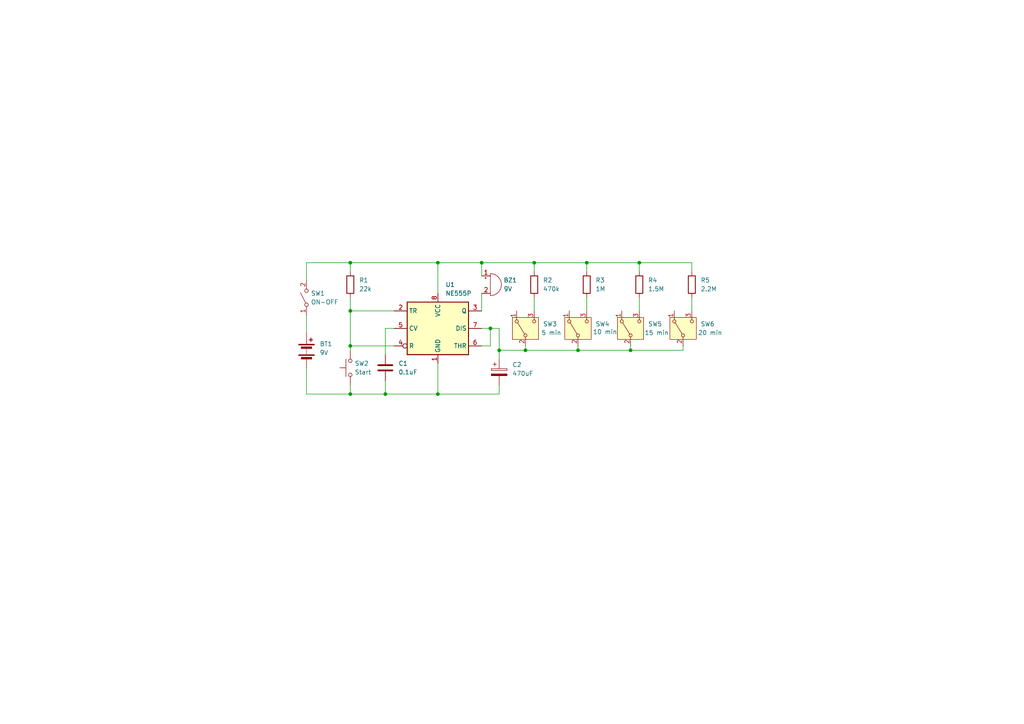
<source format=kicad_sch>
(kicad_sch (version 20231120) (generator "eeschema") (generator_version "8.0")
  (paper "A4")
  (title_block (title "Temporizador con tiempo variable") (date "2024-04-06"))
  (lib_symbols
    (symbol "Device:Battery" (pin_numbers hide) (pin_names (offset 0) hide)
      (property "Reference" "BT" (at 2.54 2.54 0))
      (property "Value" "Battery" (at 2.54 0 0))
      (symbol "Battery_0_1"
        (rectangle (start -2.286 -1.27) (end 2.286 -1.524) (fill (type outline)))
        (rectangle (start -2.286 1.778) (end 2.286 1.524) (fill (type outline)))
        (rectangle (start -1.524 -2.032) (end 1.524 -2.54) (fill (type outline)))
        (rectangle (start -1.524 1.016) (end 1.524 0.508) (fill (type outline)))
        (polyline (pts (xy 0 -1.016) (xy 0 -0.762)))
        (polyline (pts (xy 0 -0.508) (xy 0 -0.254)))
        (polyline (pts (xy 0 0) (xy 0 0.254)))
        (polyline (pts (xy 0 1.778) (xy 0 2.54)))
        (polyline (pts (xy 0.762 3.048) (xy 1.778 3.048)) (stroke (width 0.254)))
        (polyline (pts (xy 1.27 3.556) (xy 1.27 2.54)) (stroke (width 0.254)))
      )
      (symbol "Battery_1_1"
        (pin passive line (at 0 5.08 270) (length 2.54) (name "+") (number "1"))
        (pin passive line (at 0 -5.08 90) (length 2.54) (name "-") (number "2"))
      )
    )
    (symbol "Device:Buzzer" (pin_names (offset 0.0254) hide)
      (property "Reference" "BZ" (at 3.81 1.27 0))
      (property "Value" "Buzzer" (at 3.81 -1.27 0))
      (symbol "Buzzer_0_1"
        (arc (start 0 -3.175) (mid 3.1612 0) (end 0 3.175))
        (polyline (pts (xy -1.651 1.905) (xy -1.143 1.905)))
        (polyline (pts (xy -1.397 2.159) (xy -1.397 1.651)))
        (polyline (pts (xy 0 3.175) (xy 0 -3.175)))
      )
      (symbol "Buzzer_1_1"
        (pin passive line (at -2.54 2.54 0) (length 2.54) (name "+") (number "1"))
        (pin passive line (at -2.54 -2.54 0) (length 2.54) (name "-") (number "2"))
      )
    )
    (symbol "Device:C" (pin_numbers hide) (pin_names (offset 0.254))
      (property "Reference" "C" (at 0.635 2.54 0))
      (property "Value" "C" (at 0.635 -2.54 0))
      (symbol "C_0_1"
        (polyline (pts (xy -2.032 -0.762) (xy 2.032 -0.762)) (stroke (width 0.508)))
        (polyline (pts (xy -2.032 0.762) (xy 2.032 0.762)) (stroke (width 0.508)))
      )
      (symbol "C_1_1"
        (pin passive line (at 0 3.81 270) (length 2.794) (name "~") (number "1"))
        (pin passive line (at 0 -3.81 90) (length 2.794) (name "~") (number "2"))
      )
    )
    (symbol "Device:C_Polarized" (pin_numbers hide) (pin_names (offset 0.254))
      (property "Reference" "C" (at 0.635 2.54 0))
      (property "Value" "C_Polarized" (at 0.635 -2.54 0))
      (symbol "C_Polarized_0_1"
        (rectangle (start -2.286 0.508) (end 2.286 1.016))
        (polyline (pts (xy -1.778 2.286) (xy -0.762 2.286)))
        (polyline (pts (xy -1.27 2.794) (xy -1.27 1.778)))
        (rectangle (start 2.286 -0.508) (end -2.286 -1.016) (fill (type outline)))
      )
      (symbol "C_Polarized_1_1"
        (pin passive line (at 0 3.81 270) (length 2.794) (name "~") (number "1"))
        (pin passive line (at 0 -3.81 90) (length 2.794) (name "~") (number "2"))
      )
    )
    (symbol "Device:R" (pin_numbers hide) (pin_names (offset 0))
      (property "Reference" "R" (at 2.032 0 90))
      (property "Value" "R" (at 0 0 90))
      (symbol "R_0_1"
        (rectangle (start -1.016 -2.54) (end 1.016 2.54) (stroke (width 0.254)))
      )
      (symbol "R_1_1"
        (pin passive line (at 0 3.81 270) (length 1.27) (name "~") (number "1"))
        (pin passive line (at 0 -3.81 90) (length 1.27) (name "~") (number "2"))
      )
    )
    (symbol "Switch:SW_Push" (pin_numbers hide) (pin_names (offset 1.016) hide)
      (property "Reference" "SW" (at 1.27 2.54 0))
      (property "Value" "SW_Push" (at 0 -1.524 0))
      (symbol "SW_Push_0_1"
        (circle (center -2.032 0) (radius 0.508))
        (polyline (pts (xy 0 1.27) (xy 0 3.048)))
        (polyline (pts (xy 2.54 1.27) (xy -2.54 1.27)))
        (circle (center 2.032 0) (radius 0.508))
        (pin passive line (at -5.08 0 0) (length 2.54) (name "1") (number "1"))
        (pin passive line (at 5.08 0 180) (length 2.54) (name "2") (number "2"))
      )
    )
    (symbol "Switch:SW_SPDT" (pin_names (offset 0) hide)
      (property "Reference" "SW" (at 0 5.08 0))
      (property "Value" "SW_SPDT" (at 0 -5.08 0))
      (symbol "SW_SPDT_0_1"
        (circle (center -2.032 0) (radius 0.4572))
        (polyline (pts (xy -1.651 0.254) (xy 1.651 2.286)))
        (circle (center 2.032 -2.54) (radius 0.4572))
        (circle (center 2.032 2.54) (radius 0.4572))
      )
      (symbol "SW_SPDT_1_1"
        (rectangle (start -3.175 3.81) (end 3.175 -3.81) (fill (type background)))
        (pin passive line (at 5.08 2.54 180) (length 2.54) (name "A") (number "1"))
        (pin passive line (at -5.08 0 0) (length 2.54) (name "B") (number "2"))
        (pin passive line (at 5.08 -2.54 180) (length 2.54) (name "C") (number "3"))
      )
    )
    (symbol "Switch:SW_SPST" (pin_names (offset 0) hide)
      (property "Reference" "SW" (at 0 3.175 0))
      (property "Value" "SW_SPST" (at 0 -2.54 0))
      (symbol "SW_SPST_0_0"
        (circle (center -2.032 0) (radius 0.508))
        (polyline (pts (xy -1.524 0.254) (xy 1.524 1.778)))
        (circle (center 2.032 0) (radius 0.508))
      )
      (symbol "SW_SPST_1_1"
        (pin passive line (at -5.08 0 0) (length 2.54) (name "A") (number "1"))
        (pin passive line (at 5.08 0 180) (length 2.54) (name "B") (number "2"))
      )
    )
    (symbol "Timer:NE555P"
      (property "Reference" "U" (at -10.16 8.89 0))
      (property "Value" "NE555P" (at 2.54 8.89 0))
      (symbol "NE555P_0_0"
        (pin power_in line (at 0 -10.16 90) (length 2.54) (name "GND") (number "1"))
        (pin power_in line (at 0 10.16 270) (length 2.54) (name "VCC") (number "8"))
      )
      (symbol "NE555P_0_1"
        (rectangle (start -8.89 -7.62) (end 8.89 7.62) (stroke (width 0.254)) (fill (type background)))
        (rectangle (start -8.89 -7.62) (end 8.89 7.62) (stroke (width 0.254)) (fill (type background)))
      )
      (symbol "NE555P_1_1"
        (pin input line (at -12.7 5.08 0) (length 3.81) (name "TR") (number "2"))
        (pin output line (at 12.7 5.08 180) (length 3.81) (name "Q") (number "3"))
        (pin input inverted (at -12.7 -5.08 0) (length 3.81) (name "R") (number "4"))
        (pin input line (at -12.7 0 0) (length 3.81) (name "CV") (number "5"))
        (pin input line (at 12.7 -5.08 180) (length 3.81) (name "THR") (number "6"))
        (pin input line (at 12.7 0 180) (length 3.81) (name "DIS") (number "7"))
      )
    )
  )
  (junction (at 101.6 114.3))
  (junction (at 101.6 100.33))
  (junction (at 101.6 90.17))
  (junction (at 127 114.3))
  (junction (at 101.6 76.2))
  (junction (at 142.24 95.25))
  (junction (at 170.18 76.2))
  (junction (at 144.78 101.6))
  (junction (at 154.94 76.2))
  (junction (at 139.7 76.2))
  (junction (at 185.42 76.2))
  (junction (at 167.64 101.6))
  (junction (at 111.76 114.3))
  (junction (at 152.4 101.6))
  (junction (at 182.88 101.6))
  (junction (at 127 76.2))
  (wire (pts (xy 139.7 100.33) (xy 142.24 100.33)))
  (wire (pts (xy 101.6 114.3) (xy 111.76 114.3)))
  (wire (pts (xy 185.42 76.2) (xy 200.66 76.2)))
  (wire (pts (xy 152.4 100.33) (xy 152.4 101.6)))
  (wire (pts (xy 111.76 114.3) (xy 127 114.3)))
  (wire (pts (xy 101.6 114.3) (xy 88.9 114.3)))
  (wire (pts (xy 114.3 95.25) (xy 111.76 95.25)))
  (wire (pts (xy 182.88 101.6) (xy 167.64 101.6)))
  (wire (pts (xy 88.9 91.44) (xy 88.9 96.52)))
  (wire (pts (xy 127 114.3) (xy 144.78 114.3)))
  (wire (pts (xy 144.78 101.6) (xy 144.78 104.14)))
  (wire (pts (xy 127 105.41) (xy 127 114.3)))
  (wire (pts (xy 200.66 86.36) (xy 200.66 90.17)))
  (wire (pts (xy 88.9 76.2) (xy 101.6 76.2)))
  (wire (pts (xy 139.7 76.2) (xy 154.94 76.2)))
  (wire (pts (xy 152.4 101.6) (xy 144.78 101.6)))
  (wire (pts (xy 154.94 78.74) (xy 154.94 76.2)))
  (wire (pts (xy 167.64 100.33) (xy 167.64 101.6)))
  (wire (pts (xy 198.12 100.33) (xy 198.12 101.6)))
  (wire (pts (xy 101.6 86.36) (xy 101.6 90.17)))
  (wire (pts (xy 101.6 111.76) (xy 101.6 114.3)))
  (wire (pts (xy 111.76 110.49) (xy 111.76 114.3)))
  (wire (pts (xy 182.88 100.33) (xy 182.88 101.6)))
  (wire (pts (xy 144.78 111.76) (xy 144.78 114.3)))
  (wire (pts (xy 101.6 100.33) (xy 101.6 101.6)))
  (wire (pts (xy 185.42 86.36) (xy 185.42 90.17)))
  (wire (pts (xy 139.7 80.01) (xy 139.7 76.2)))
  (wire (pts (xy 170.18 78.74) (xy 170.18 76.2)))
  (wire (pts (xy 127 76.2) (xy 101.6 76.2)))
  (wire (pts (xy 101.6 90.17) (xy 101.6 100.33)))
  (wire (pts (xy 154.94 76.2) (xy 170.18 76.2)))
  (wire (pts (xy 154.94 86.36) (xy 154.94 90.17)))
  (wire (pts (xy 170.18 86.36) (xy 170.18 90.17)))
  (wire (pts (xy 114.3 100.33) (xy 101.6 100.33)))
  (wire (pts (xy 198.12 101.6) (xy 182.88 101.6)))
  (wire (pts (xy 139.7 85.09) (xy 139.7 90.17)))
  (wire (pts (xy 101.6 90.17) (xy 114.3 90.17)))
  (wire (pts (xy 127 85.09) (xy 127 76.2)))
  (wire (pts (xy 142.24 95.25) (xy 144.78 95.25)))
  (wire (pts (xy 200.66 78.74) (xy 200.66 76.2)))
  (wire (pts (xy 139.7 95.25) (xy 142.24 95.25)))
  (wire (pts (xy 144.78 95.25) (xy 144.78 101.6)))
  (wire (pts (xy 167.64 101.6) (xy 152.4 101.6)))
  (wire (pts (xy 127 76.2) (xy 139.7 76.2)))
  (wire (pts (xy 142.24 100.33) (xy 142.24 95.25)))
  (wire (pts (xy 88.9 114.3) (xy 88.9 106.68)))
  (wire (pts (xy 88.9 81.28) (xy 88.9 76.2)))
  (wire (pts (xy 185.42 78.74) (xy 185.42 76.2)))
  (wire (pts (xy 170.18 76.2) (xy 185.42 76.2)))
  (wire (pts (xy 101.6 76.2) (xy 101.6 78.74)))
  (wire (pts (xy 111.76 95.25) (xy 111.76 102.87)))
  (symbol (lib_id "Device:Buzzer") (at 142.24 82.55 0) (unit 1)
    (property "Reference" "BZ1" (at 146.05 81.2799 0) (effects (justify left)))
    (property "Value" "9V" (at 146.05 83.8199 0) (effects (justify left)))
    (property "Footprint" "Buzzer_Beeper:Buzzer_12x9.5RM7.6" (effects (hide yes)))
    (property "Description" "Buzzer, polarized" (effects (hide yes)))
  )
  (symbol (lib_id "Device:R") (at 200.66 82.55 0) (unit 1)
    (property "Reference" "R5" (at 203.2 81.2799 0) (effects (justify left)))
    (property "Value" "2.2M" (at 203.2 83.8199 0) (effects (justify left)))
    (property "Footprint" "Resistor_SMD:R_1206_3216Metric" (effects (hide yes)))
    (property "Description" "Resistor" (effects (hide yes)))
  )
  (symbol (lib_id "Device:R") (at 154.94 82.55 0) (unit 1)
    (property "Reference" "R2" (at 157.48 81.2799 0) (effects (justify left)))
    (property "Value" "470k" (at 157.48 83.8199 0) (effects (justify left)))
    (property "Footprint" "Resistor_SMD:R_1206_3216Metric" (effects (hide yes)))
    (property "Description" "Resistor" (effects (hide yes)))
  )
  (symbol (lib_id "Switch:SW_Push") (at 101.6 106.68 90) (unit 1)
    (property "Reference" "SW2" (at 102.87 105.4099 90) (effects (justify right)))
    (property "Value" "Start" (at 102.87 107.9499 90) (effects (justify right)))
    (property "Footprint" "Button_Switch_SMD:SW_DIP_SPSTx01_Slide_6.7x4.1mm_W6.73mm_P2.54mm_LowProfile_JPin" (effects (hide yes)))
    (property "Description" "Push button switch, generic, two pins" (effects (hide yes)))
  )
  (symbol (lib_id "Device:Battery") (at 88.9 101.6 0) (unit 1)
    (property "Reference" "BT1" (at 92.71 99.7584 0) (effects (justify left)))
    (property "Value" "9V" (at 92.71 102.2984 0) (effects (justify left)))
    (property "Footprint" "TerminalBlock_Phoenix:TerminalBlock_Phoenix_MKDS-1,5-2-5.08_1x02_P5.08mm_Horizontal" (effects (hide yes)))
    (property "Description" "Multiple-cell battery" (effects (hide yes)))
  )
  (symbol (lib_id "Switch:SW_SPST") (at 88.9 86.36 90) (unit 1)
    (property "Reference" "SW1" (at 90.17 85.0899 90) (effects (justify right)))
    (property "Value" "ON-OFF" (at 90.17 87.6299 90) (effects (justify right)))
    (property "Footprint" "Button_Switch_SMD:SW_Push_1TS009xxxx-xxxx-xxxx_6x6x5mm" (effects (hide yes)))
    (property "Description" "Single Pole Single Throw (SPST) switch" (effects (hide yes)))
  )
  (symbol (lib_id "Device:C") (at 111.76 106.68 0) (unit 1)
    (property "Reference" "C1" (at 115.57 105.4099 0) (effects (justify left)))
    (property "Value" "0.1uF" (at 115.57 107.9499 0) (effects (justify left)))
    (property "Footprint" "Capacitor_SMD:C_0201_0603Metric" (effects (hide yes)))
    (property "Description" "Unpolarized capacitor" (effects (hide yes)))
  )
  (symbol (lib_id "Device:R") (at 170.18 82.55 0) (unit 1)
    (property "Reference" "R3" (at 172.72 81.2799 0) (effects (justify left)))
    (property "Value" "1M" (at 172.72 83.8199 0) (effects (justify left)))
    (property "Footprint" "Resistor_SMD:R_1206_3216Metric" (effects (hide yes)))
    (property "Description" "Resistor" (effects (hide yes)))
  )
  (symbol (lib_id "Switch:SW_SPDT") (at 167.64 95.25 90) (unit 1)
    (property "Reference" "SW4" (at 172.72 93.9799 90) (effects (justify right)))
    (property "Value" "10 min" (at 171.958 96.266 90) (effects (justify right)))
    (property "Footprint" "Button_Switch_THT:SW_Slide_SPDT_Straight_CK_OS102011MS2Q" (effects (hide yes)))
    (property "Description" "Switch, single pole double throw" (effects (hide yes)))
  )
  (symbol (lib_id "Switch:SW_SPDT") (at 198.12 95.25 90) (unit 1)
    (property "Reference" "SW6" (at 203.2 93.9799 90) (effects (justify right)))
    (property "Value" "20 min" (at 202.438 96.52 90) (effects (justify right)))
    (property "Footprint" "Button_Switch_THT:SW_Slide_SPDT_Straight_CK_OS102011MS2Q" (effects (hide yes)))
    (property "Description" "Switch, single pole double throw" (effects (hide yes)))
  )
  (symbol (lib_id "Device:R") (at 185.42 82.55 0) (unit 1)
    (property "Reference" "R4" (at 187.96 81.2799 0) (effects (justify left)))
    (property "Value" "1.5M" (at 187.96 83.8199 0) (effects (justify left)))
    (property "Footprint" "Resistor_SMD:R_1206_3216Metric" (effects (hide yes)))
    (property "Description" "Resistor" (effects (hide yes)))
  )
  (symbol (lib_id "Switch:SW_SPDT") (at 152.4 95.25 90) (unit 1)
    (property "Reference" "SW3" (at 157.48 93.9799 90) (effects (justify right)))
    (property "Value" "5 min" (at 156.972 96.52 90) (effects (justify right)))
    (property "Footprint" "Button_Switch_THT:SW_Slide_SPDT_Straight_CK_OS102011MS2Q" (effects (hide yes)))
    (property "Description" "Switch, single pole double throw" (effects (hide yes)))
  )
  (symbol (lib_id "Device:R") (at 101.6 82.55 0) (unit 1)
    (property "Reference" "R1" (at 104.14 81.2799 0) (effects (justify left)))
    (property "Value" "22k" (at 104.14 83.8199 0) (effects (justify left)))
    (property "Footprint" "Resistor_SMD:R_1206_3216Metric" (effects (hide yes)))
    (property "Description" "Resistor" (effects (hide yes)))
  )
  (symbol (lib_id "Device:C_Polarized") (at 144.78 107.95 0) (unit 1)
    (property "Reference" "C2" (at 148.59 105.7909 0) (effects (justify left)))
    (property "Value" "470uF" (at 148.59 108.3309 0) (effects (justify left)))
    (property "Footprint" "Capacitor_SMD:CP_Elec_3x5.3" (effects (hide yes)))
    (property "Description" "Polarized capacitor" (effects (hide yes)))
  )
  (symbol (lib_id "Switch:SW_SPDT") (at 182.88 95.25 90) (unit 1)
    (property "Reference" "SW5" (at 187.96 93.9799 90) (effects (justify right)))
    (property "Value" "15 min" (at 186.944 96.52 90) (effects (justify right)))
    (property "Footprint" "Button_Switch_THT:SW_Slide_SPDT_Straight_CK_OS102011MS2Q" (effects (hide yes)))
    (property "Description" "Switch, single pole double throw" (effects (hide yes)))
  )
  (symbol (lib_id "Timer:NE555P") (at 127 95.25 0) (unit 1)
    (property "Reference" "U1" (at 129.1941 82.55 0) (effects (justify left)))
    (property "Value" "NE555P" (at 129.1941 85.09 0) (effects (justify left)))
    (property "Footprint" "Package_DIP:DIP-8_W7.62mm" (effects (hide yes)))
    (property "Datasheet" "http://www.ti.com/lit/ds/symlink/ne555.pdf" (effects (hide yes)))
    (property "Description" "Precision Timers, 555 compatible,  PDIP-8" (effects (hide yes)))
  )
)
</source>
